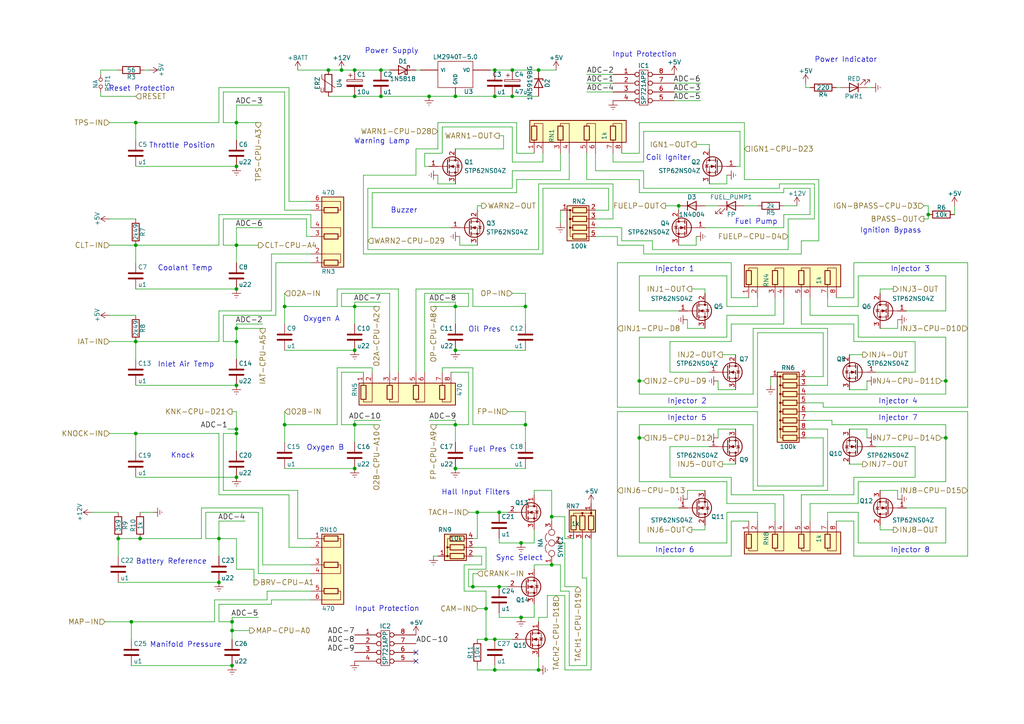
<source format=kicad_sch>
(kicad_sch (version 20231120) (generator "eeschema") (generator_version "8.0")
  (paper "A4")
  (junction (at 143.51 20.32))
  (junction (at 67.31 193.04))
  (junction (at 110.49 27.94))
  (junction (at 102.87 20.32))
  (junction (at 156.21 194.31))
  (junction (at 143.51 185.42))
  (junction (at 82.55 88.9))
  (junction (at 39.37 71.12))
  (junction (at 82.55 123.19))
  (junction (at 148.59 20.32))
  (junction (at 68.58 95.25))
  (junction (at 185.42 127))
  (junction (at 156.21 20.32))
  (junction (at 38.1 180.34))
  (junction (at 160.02 163.83))
  (junction (at 274.32 110.49))
  (junction (at 63.5 168.91))
  (junction (at 95.25 20.32))
  (junction (at 63.5 156.21))
  (junction (at 110.49 20.32))
  (junction (at 68.58 138.43))
  (junction (at 152.4 88.9))
  (junction (at 151.13 179.07))
  (junction (at 102.87 123.19))
  (junction (at 39.37 125.73))
  (junction (at 68.58 35.56))
  (junction (at 185.42 110.49))
  (junction (at 68.58 111.76))
  (junction (at 39.37 99.06))
  (junction (at 102.87 135.89))
  (junction (at 138.43 148.59))
  (junction (at 144.78 148.59))
  (junction (at 68.58 71.12))
  (junction (at 137.16 170.18))
  (junction (at 132.08 123.19))
  (junction (at 99.06 20.32))
  (junction (at 132.08 27.94))
  (junction (at 274.32 127))
  (junction (at 67.31 182.88))
  (junction (at 40.64 156.21))
  (junction (at 196.85 59.69))
  (junction (at 143.51 27.94))
  (junction (at 132.08 88.9))
  (junction (at 68.58 83.82))
  (junction (at 68.58 125.73))
  (junction (at 34.29 156.21))
  (junction (at 140.97 185.42))
  (junction (at 102.87 88.9))
  (junction (at 68.58 99.06))
  (junction (at 67.31 180.34))
  (junction (at 151.13 157.48))
  (junction (at 144.78 170.18))
  (junction (at 68.58 48.26))
  (junction (at 132.08 135.89))
  (junction (at 152.4 123.19))
  (junction (at 68.58 124.46))
  (junction (at 148.59 27.94))
  (junction (at 124.46 27.94))
  (junction (at 140.97 176.53))
  (junction (at 143.51 194.31))
  (junction (at 102.87 27.94))
  (junction (at 102.87 101.6))
  (junction (at 39.37 35.56))
  (junction (at 269.24 62.23))
  (junction (at 160.02 149.86))
  (junction (at 132.08 101.6))
  (no_connect (at 120.65 189.23))
  (no_connect (at 120.65 191.77))
  (wire (pts (xy 63.5 25.4) (xy 63.5 35.56)))
  (wire (pts (xy 64.77 99.06) (xy 68.58 99.06)))
  (wire (pts (xy 233.68 109.22) (xy 238.76 109.22)))
  (wire (pts (xy 180.34 69.85) (xy 189.23 69.85)))
  (wire (pts (xy 226.06 54.61) (xy 186.69 54.61)))
  (wire (pts (xy 157.48 46.99) (xy 157.48 44.45)))
  (wire (pts (xy 170.18 26.67) (xy 177.8 26.67)))
  (wire (pts (xy 63.5 180.34) (xy 67.31 180.34)))
  (wire (pts (xy 248.92 97.79) (xy 248.92 91.44)))
  (wire (pts (xy 232.41 93.98) (xy 247.65 93.98)))
  (wire (pts (xy 67.31 119.38) (xy 68.58 119.38)))
  (wire (pts (xy 68.58 125.73) (xy 68.58 130.81)))
  (wire (pts (xy 138.43 166.37) (xy 137.16 166.37)))
  (wire (pts (xy 76.2 147.32) (xy 76.2 163.83)))
  (wire (pts (xy 199.39 95.25) (xy 199.39 92.71)))
  (wire (pts (xy 238.76 127) (xy 238.76 140.97)))
  (wire (pts (xy 219.71 118.11) (xy 219.71 96.52)))
  (wire (pts (xy 210.82 157.48) (xy 210.82 148.59)))
  (wire (pts (xy 274.32 127) (xy 274.32 123.19)))
  (wire (pts (xy 274.32 80.01) (xy 248.92 80.01)))
  (wire (pts (xy 97.79 106.68) (xy 107.95 106.68)))
  (wire (pts (xy 99.06 20.32) (xy 102.87 20.32)))
  (wire (pts (xy 248.92 91.44) (xy 234.95 91.44)))
  (wire (pts (xy 140.97 171.45) (xy 134.62 171.45)))
  (wire (pts (xy 63.5 156.21) (xy 68.58 156.21)))
  (wire (pts (xy 120.65 20.32) (xy 121.92 20.32)))
  (wire (pts (xy 255.27 95.25) (xy 260.35 95.25)))
  (wire (pts (xy 106.68 54.61) (xy 148.59 54.61)))
  (wire (pts (xy 242.57 25.4) (xy 243.84 25.4)))
  (wire (pts (xy 138.43 59.69) (xy 138.43 60.96)))
  (wire (pts (xy 63.5 151.13) (xy 63.5 156.21)))
  (wire (pts (xy 236.22 63.5) (xy 228.6 63.5)))
  (wire (pts (xy 134.62 163.83) (xy 139.7 163.83)))
  (wire (pts (xy 88.9 63.5) (xy 88.9 68.58)))
  (wire (pts (xy 205.74 41.91) (xy 205.74 43.18)))
  (wire (pts (xy 162.56 163.83) (xy 160.02 163.83)))
  (wire (pts (xy 163.83 157.48) (xy 162.56 157.48)))
  (wire (pts (xy 274.32 110.49) (xy 274.32 114.3)))
  (wire (pts (xy 148.59 20.32) (xy 156.21 20.32)))
  (wire (pts (xy 210.82 88.9) (xy 219.71 88.9)))
  (wire (pts (xy 200.66 83.82) (xy 204.47 83.82)))
  (wire (pts (xy 238.76 118.11) (xy 238.76 116.84)))
  (wire (pts (xy 246.38 113.03) (xy 251.46 113.03)))
  (wire (pts (xy 227.33 55.88) (xy 185.42 55.88)))
  (wire (pts (xy 185.42 110.49) (xy 185.42 114.3)))
  (wire (pts (xy 64.77 35.56) (xy 68.58 35.56)))
  (wire (pts (xy 148.59 27.94) (xy 156.21 27.94)))
  (wire (pts (xy 194.31 99.06) (xy 194.31 107.95)))
  (wire (pts (xy 219.71 96.52) (xy 238.76 96.52)))
  (wire (pts (xy 143.51 193.04) (xy 143.51 194.31)))
  (wire (pts (xy 265.43 99.06) (xy 247.65 99.06)))
  (wire (pts (xy 247.65 86.36) (xy 242.57 86.36)))
  (wire (pts (xy 102.87 27.94) (xy 110.49 27.94)))
  (wire (pts (xy 210.82 146.05) (xy 224.79 146.05)))
  (wire (pts (xy 212.09 76.2) (xy 179.07 76.2)))
  (wire (pts (xy 194.31 99.06) (xy 212.09 99.06)))
  (wire (pts (xy 110.49 20.32) (xy 113.03 20.32)))
  (wire (pts (xy 138.43 156.21) (xy 137.16 156.21)))
  (wire (pts (xy 185.42 97.79) (xy 210.82 97.79)))
  (wire (pts (xy 63.5 99.06) (xy 63.5 90.17)))
  (wire (pts (xy 128.27 106.68) (xy 128.27 107.95)))
  (wire (pts (xy 90.17 62.23) (xy 90.17 66.04)))
  (wire (pts (xy 148.59 46.99) (xy 157.48 46.99)))
  (wire (pts (xy 132.08 87.63) (xy 132.08 88.9)))
  (wire (pts (xy 196.85 71.12) (xy 201.93 71.12)))
  (wire (pts (xy 255.27 142.24) (xy 260.35 142.24)))
  (wire (pts (xy 34.29 156.21) (xy 34.29 161.29)))
  (wire (pts (xy 64.77 71.12) (xy 64.77 63.5)))
  (wire (pts (xy 29.21 20.32) (xy 29.21 21.59)))
  (wire (pts (xy 236.22 53.34) (xy 226.06 53.34)))
  (wire (pts (xy 68.58 156.21) (xy 68.58 165.1)))
  (wire (pts (xy 212.09 151.13) (xy 212.09 161.29)))
  (wire (pts (xy 95.25 20.32) (xy 99.06 20.32)))
  (wire (pts (xy 166.37 156.21) (xy 163.83 156.21)))
  (wire (pts (xy 185.42 147.32) (xy 196.85 147.32)))
  (wire (pts (xy 179.07 68.58) (xy 172.72 68.58)))
  (wire (pts (xy 102.87 123.19) (xy 102.87 128.27)))
  (wire (pts (xy 124.46 27.94) (xy 132.08 27.94)))
  (wire (pts (xy 227.33 93.98) (xy 227.33 86.36)))
  (wire (pts (xy 177.8 63.5) (xy 172.72 63.5)))
  (wire (pts (xy 233.68 114.3) (xy 274.32 114.3)))
  (wire (pts (xy 212.09 161.29) (xy 179.07 161.29)))
  (wire (pts (xy 38.1 193.04) (xy 67.31 193.04)))
  (wire (pts (xy 115.57 83.82) (xy 115.57 107.95)))
  (wire (pts (xy 259.08 83.82) (xy 255.27 83.82)))
  (wire (pts (xy 63.5 62.23) (xy 90.17 62.23)))
  (wire (pts (xy 68.58 35.56) (xy 74.93 35.56)))
  (wire (pts (xy 185.42 139.7) (xy 210.82 139.7)))
  (wire (pts (xy 132.08 88.9) (xy 125.73 88.9)))
  (wire (pts (xy 82.55 85.09) (xy 82.55 88.9)))
  (wire (pts (xy 238.76 116.84) (xy 233.68 116.84)))
  (wire (pts (xy 78.74 173.99) (xy 78.74 175.26)))
  (wire (pts (xy 132.08 123.19) (xy 125.73 123.19)))
  (wire (pts (xy 39.37 99.06) (xy 39.37 104.14)))
  (wire (pts (xy 99.06 123.19) (xy 102.87 123.19)))
  (wire (pts (xy 189.23 69.85) (xy 189.23 72.39)))
  (wire (pts (xy 149.86 35.56) (xy 127 35.56)))
  (wire (pts (xy 165.1 52.07) (xy 165.1 44.45)))
  (wire (pts (xy 185.42 80.01) (xy 185.42 90.17)))
  (wire (pts (xy 34.29 20.32) (xy 29.21 20.32)))
  (wire (pts (xy 274.32 147.32) (xy 262.89 147.32)))
  (wire (pts (xy 179.07 76.2) (xy 179.07 118.11)))
  (wire (pts (xy 64.77 142.24) (xy 86.36 142.24)))
  (wire (pts (xy 240.03 124.46) (xy 240.03 142.24)))
  (wire (pts (xy 247.65 151.13) (xy 247.65 161.29)))
  (wire (pts (xy 212.09 143.51) (xy 227.33 143.51)))
  (wire (pts (xy 232.41 143.51) (xy 247.65 143.51)))
  (wire (pts (xy 143.51 20.32) (xy 148.59 20.32)))
  (wire (pts (xy 147.32 119.38) (xy 152.4 119.38)))
  (wire (pts (xy 223.52 111.76) (xy 223.52 109.22)))
  (wire (pts (xy 152.4 85.09) (xy 152.4 88.9)))
  (wire (pts (xy 132.08 43.18) (xy 146.05 43.18)))
  (wire (pts (xy 138.43 148.59) (xy 138.43 156.21)))
  (wire (pts (xy 106.68 54.61) (xy 106.68 72.39)))
  (wire (pts (xy 140.97 171.45) (xy 140.97 176.53)))
  (wire (pts (xy 208.28 113.03) (xy 208.28 110.49)))
  (wire (pts (xy 180.34 66.04) (xy 180.34 69.85)))
  (wire (pts (xy 269.24 59.69) (xy 269.24 62.23)))
  (wire (pts (xy 214.63 48.26) (xy 213.36 48.26)))
  (wire (pts (xy 154.94 163.83) (xy 154.94 165.1)))
  (wire (pts (xy 214.63 38.1) (xy 186.69 38.1)))
  (wire (pts (xy 64.77 71.12) (xy 68.58 71.12)))
  (wire (pts (xy 218.44 142.24) (xy 240.03 142.24)))
  (wire (pts (xy 135.89 107.95) (xy 135.89 123.19)))
  (wire (pts (xy 59.69 156.21) (xy 59.69 148.59)))
  (wire (pts (xy 90.17 173.99) (xy 78.74 173.99)))
  (wire (pts (xy 186.69 110.49) (xy 185.42 110.49)))
  (wire (pts (xy 156.21 190.5) (xy 156.21 194.31)))
  (wire (pts (xy 149.86 55.88) (xy 149.86 52.07)))
  (wire (pts (xy 224.79 91.44) (xy 224.79 86.36)))
  (wire (pts (xy 194.31 129.54) (xy 205.74 129.54)))
  (wire (pts (xy 140.97 176.53) (xy 140.97 185.42)))
  (wire (pts (xy 123.19 44.45) (xy 128.27 44.45)))
  (wire (pts (xy 269.24 62.23) (xy 269.24 63.5)))
  (wire (pts (xy 246.38 124.46) (xy 251.46 124.46)))
  (wire (pts (xy 68.58 71.12) (xy 68.58 76.2)))
  (wire (pts (xy 160.02 149.86) (xy 163.83 149.86)))
  (wire (pts (xy 172.72 49.53) (xy 172.72 44.45)))
  (wire (pts (xy 234.95 62.23) (xy 234.95 54.61)))
  (wire (pts (xy 204.47 59.69) (xy 208.28 59.69)))
  (wire (pts (xy 186.69 46.99) (xy 177.8 46.99)))
  (wire (pts (xy 59.69 156.21) (xy 63.5 156.21)))
  (wire (pts (xy 63.5 71.12) (xy 63.5 62.23)))
  (wire (pts (xy 63.5 125.73) (xy 63.5 143.51)))
  (wire (pts (xy 185.42 52.07) (xy 170.18 52.07)))
  (wire (pts (xy 212.09 138.43) (xy 212.09 143.51)))
  (wire (pts (xy 39.37 111.76) (xy 68.58 111.76)))
  (wire (pts (xy 185.42 55.88) (xy 185.42 52.07)))
  (wire (pts (xy 143.51 185.42) (xy 148.59 185.42)))
  (wire (pts (xy 71.12 151.13) (xy 63.5 151.13)))
  (wire (pts (xy 194.31 138.43) (xy 194.31 129.54)))
  (wire (pts (xy 39.37 35.56) (xy 39.37 40.64)))
  (wire (pts (xy 200.66 153.67) (xy 204.47 153.67)))
  (wire (pts (xy 170.18 24.13) (xy 177.8 24.13)))
  (wire (pts (xy 97.79 106.68) (xy 97.79 123.19)))
  (wire (pts (xy 227.33 143.51) (xy 227.33 151.13)))
  (wire (pts (xy 102.87 87.63) (xy 102.87 88.9)))
  (wire (pts (xy 163.83 172.72) (xy 163.83 194.31)))
  (wire (pts (xy 199.39 142.24) (xy 199.39 144.78)))
  (wire (pts (xy 124.46 87.63) (xy 132.08 87.63)))
  (wire (pts (xy 82.55 123.19) (xy 82.55 128.27)))
  (wire (pts (xy 107.95 106.68) (xy 107.95 107.95)))
  (wire (pts (xy 273.05 110.49) (xy 274.32 110.49)))
  (wire (pts (xy 209.55 102.87) (xy 213.36 102.87)))
  (wire (pts (xy 68.58 66.04) (xy 68.58 71.12)))
  (wire (pts (xy 41.91 20.32) (xy 43.18 20.32)))
  (wire (pts (xy 82.55 60.96) (xy 90.17 60.96)))
  (wire (pts (xy 64.77 63.5) (xy 88.9 63.5)))
  (wire (pts (xy 82.55 119.38) (xy 82.55 123.19)))
  (wire (pts (xy 274.32 157.48) (xy 248.92 157.48)))
  (wire (pts (xy 128.27 36.83) (xy 148.59 36.83)))
  (wire (pts (xy 227.33 66.04) (xy 227.33 62.23)))
  (wire (pts (xy 248.92 88.9) (xy 240.03 88.9)))
  (wire (pts (xy 80.01 76.2) (xy 90.17 76.2)))
  (wire (pts (xy 137.16 83.82) (xy 137.16 88.9)))
  (wire (pts (xy 240.03 95.25) (xy 240.03 111.76)))
  (wire (pts (xy 78.74 73.66) (xy 90.17 73.66)))
  (wire (pts (xy 185.42 44.45) (xy 185.42 35.56)))
  (wire (pts (xy 232.41 73.66) (xy 232.41 69.85)))
  (wire (pts (xy 195.58 29.21) (xy 203.2 29.21)))
  (wire (pts (xy 158.75 172.72) (xy 163.83 172.72)))
  (wire (pts (xy 31.75 125.73) (xy 39.37 125.73)))
  (wire (pts (xy 148.59 49.53) (xy 162.56 49.53)))
  (wire (pts (xy 152.4 123.19) (xy 152.4 128.27)))
  (wire (pts (xy 29.21 27.94) (xy 39.37 27.94)))
  (wire (pts (xy 154.94 163.83) (xy 160.02 163.83)))
  (wire (pts (xy 237.49 69.85) (xy 237.49 52.07)))
  (wire (pts (xy 123.19 48.26) (xy 124.46 48.26)))
  (wire (pts (xy 39.37 99.06) (xy 63.5 99.06)))
  (wire (pts (xy 154.94 179.07) (xy 151.13 179.07)))
  (wire (pts (xy 142.24 20.32) (xy 143.51 20.32)))
  (wire (pts (xy 228.6 63.5) (xy 228.6 72.39)))
  (wire (pts (xy 140.97 185.42) (xy 143.51 185.42)))
  (wire (pts (xy 238.76 127) (xy 233.68 127)))
  (wire (pts (xy 80.01 91.44) (xy 80.01 76.2)))
  (wire (pts (xy 67.31 179.07) (xy 67.31 180.34)))
  (wire (pts (xy 38.1 180.34) (xy 38.1 185.42)))
  (wire (pts (xy 165.1 171.45) (xy 165.1 193.04)))
  (wire (pts (xy 144.78 170.18) (xy 147.32 170.18)))
  (wire (pts (xy 86.36 156.21) (xy 90.17 156.21)))
  (wire (pts (xy 63.5 156.21) (xy 63.5 161.29)))
  (wire (pts (xy 232.41 86.36) (xy 232.41 93.98)))
  (wire (pts (xy 74.93 166.37) (xy 90.17 166.37)))
  (wire (pts (xy 248.92 80.01) (xy 248.92 88.9)))
  (wire (pts (xy 99.06 85.09) (xy 99.06 88.9)))
  (wire (pts (xy 214.63 38.1) (xy 214.63 48.26)))
  (wire (pts (xy 186.69 38.1) (xy 186.69 46.99)))
  (wire (pts (xy 240.03 88.9) (xy 240.03 86.36)))
  (wire (pts (xy 99.06 107.95) (xy 105.41 107.95)))
  (wire (pts (xy 209.55 134.62) (xy 213.36 134.62)))
  (wire (pts (xy 148.59 36.83) (xy 148.59 46.99)))
  (wire (pts (xy 212.09 86.36) (xy 212.09 76.2)))
  (wire (pts (xy 30.48 180.34) (xy 38.1 180.34)))
  (wire (pts (xy 195.58 24.13) (xy 203.2 24.13)))
  (wire (pts (xy 105.41 50.8) (xy 105.41 73.66)))
  (wire (pts (xy 135.89 85.09) (xy 135.89 88.9)))
  (wire (pts (xy 212.09 151.13) (xy 217.17 151.13)))
  (wire (pts (xy 31.75 99.06) (xy 39.37 99.06)))
  (wire (pts (xy 143.51 194.31) (xy 156.21 194.31)))
  (wire (pts (xy 68.58 71.12) (xy 74.93 71.12)))
  (wire (pts (xy 76.2 163.83) (xy 90.17 163.83)))
  (wire (pts (xy 152.4 88.9) (xy 152.4 93.98)))
  (wire (pts (xy 138.43 185.42) (xy 140.97 185.42)))
  (wire (pts (xy 227.33 66.04) (xy 204.47 66.04)))
  (wire (pts (xy 139.7 161.29) (xy 137.16 161.29)))
  (wire (pts (xy 186.69 127) (xy 185.42 127)))
  (wire (pts (xy 248.92 148.59) (xy 240.03 148.59)))
  (wire (pts (xy 247.65 99.06) (xy 247.65 93.98)))
  (wire (pts (xy 127 35.56) (xy 127 43.18)))
  (wire (pts (xy 172.72 66.04) (xy 180.34 66.04)))
  (wire (pts (xy 204.47 95.25) (xy 199.39 95.25)))
  (wire (pts (xy 162.56 171.45) (xy 165.1 171.45)))
  (wire (pts (xy 152.4 123.19) (xy 137.16 123.19)))
  (wire (pts (xy 74.93 148.59) (xy 74.93 166.37)))
  (wire (pts (xy 185.42 35.56) (xy 215.9 35.56)))
  (wire (pts (xy 31.75 35.56) (xy 39.37 35.56)))
  (wire (pts (xy 102.87 20.32) (xy 110.49 20.32)))
  (wire (pts (xy 144.78 148.59) (xy 147.32 148.59)))
  (wire (pts (xy 210.82 97.79) (xy 210.82 91.44)))
  (wire (pts (xy 68.58 93.98) (xy 68.58 95.25)))
  (wire (pts (xy 58.42 156.21) (xy 58.42 147.32)))
  (wire (pts (xy 132.08 88.9) (xy 132.08 93.98)))
  (wire (pts (xy 237.49 52.07) (xy 215.9 52.07)))
  (wire (pts (xy 265.43 138.43) (xy 265.43 129.54)))
  (wire (pts (xy 177.8 46.99) (xy 177.8 44.45)))
  (wire (pts (xy 83.82 58.42) (xy 90.17 58.42)))
  (wire (pts (xy 149.86 44.45) (xy 149.86 35.56)))
  (wire (pts (xy 34.29 156.21) (xy 40.64 156.21)))
  (wire (pts (xy 233.68 25.4) (xy 234.95 25.4)))
  (wire (pts (xy 251.46 113.03) (xy 251.46 110.49)))
  (wire (pts (xy 64.77 26.67) (xy 64.77 35.56)))
  (wire (pts (xy 154.94 175.26) (xy 154.94 179.07)))
  (wire (pts (xy 77.47 173.99) (xy 62.23 173.99)))
  (wire (pts (xy 39.37 71.12) (xy 63.5 71.12)))
  (wire (pts (xy 269.24 59.69) (xy 267.97 59.69)))
  (wire (pts (xy 250.19 102.87) (xy 246.38 102.87)))
  (wire (pts (xy 274.32 139.7) (xy 274.32 127)))
  (wire (pts (xy 68.58 66.04) (xy 76.2 66.04)))
  (wire (pts (xy 99.06 88.9) (xy 102.87 88.9)))
  (wire (pts (xy 149.86 44.45) (xy 154.94 44.45)))
  (wire (pts (xy 99.06 85.09) (xy 113.03 85.09)))
  (wire (pts (xy 68.58 35.56) (xy 68.58 40.64)))
  (wire (pts (xy 156.21 20.32) (xy 161.29 20.32)))
  (wire (pts (xy 146.05 39.37) (xy 144.78 39.37)))
  (wire (pts (xy 236.22 53.34) (xy 236.22 63.5)))
  (wire (pts (xy 152.4 119.38) (xy 152.4 123.19)))
  (wire (pts (xy 83.82 158.75) (xy 90.17 158.75)))
  (wire (pts (xy 247.65 151.13) (xy 242.57 151.13)))
  (wire (pts (xy 68.58 30.48) (xy 68.58 35.56)))
  (wire (pts (xy 162.56 49.53) (xy 162.56 44.45)))
  (wire (pts (xy 215.9 35.56) (xy 215.9 52.07)))
  (wire (pts (xy 273.05 127) (xy 274.32 127)))
  (wire (pts (xy 88.9 68.58) (xy 90.17 68.58)))
  (wire (pts (xy 132.08 121.92) (xy 132.08 123.19)))
  (wire (pts (xy 154.94 157.48) (xy 151.13 157.48)))
  (wire (pts (xy 86.36 142.24) (xy 86.36 156.21)))
  (wire (pts (xy 68.58 124.46) (xy 68.58 125.73)))
  (wire (pts (xy 201.93 41.91) (xy 205.74 41.91)))
  (wire (pts (xy 127 53.34) (xy 127 50.8)))
  (wire (pts (xy 76.2 30.48) (xy 68.58 30.48)))
  (wire (pts (xy 240.03 148.59) (xy 240.03 151.13)))
  (wire (pts (xy 204.47 83.82) (xy 204.47 85.09)))
  (wire (pts (xy 64.77 125.73) (xy 68.58 125.73)))
  (wire (pts (xy 123.19 85.09) (xy 135.89 85.09)))
  (wire (pts (xy 219.71 148.59) (xy 219.71 151.13)))
  (wire (pts (xy 255.27 153.67) (xy 255.27 152.4)))
  (wire (pts (xy 218.44 123.19) (xy 218.44 142.24)))
  (wire (pts (xy 146.05 43.18) (xy 146.05 39.37)))
  (wire (pts (xy 68.58 95.25) (xy 68.58 99.06)))
  (wire (pts (xy 274.32 90.17) (xy 262.89 90.17)))
  (wire (pts (xy 102.87 123.19) (xy 109.22 123.19)))
  (wire (pts (xy 39.37 138.43) (xy 68.58 138.43)))
  (wire (pts (xy 144.78 177.8) (xy 144.78 179.07)))
  (wire (pts (xy 210.82 53.34) (xy 210.82 50.8)))
  (wire (pts (xy 152.4 135.89) (xy 132.08 135.89)))
  (wire (pts (xy 185.42 139.7) (xy 185.42 127)))
  (wire (pts (xy 134.62 171.45) (xy 134.62 163.83)))
  (wire (pts (xy 40.64 156.21) (xy 58.42 156.21)))
  (wire (pts (xy 274.32 97.79) (xy 274.32 110.49)))
  (wire (pts (xy 233.68 24.13) (xy 233.68 25.4)))
  (wire (pts (xy 135.89 107.95) (xy 130.81 107.95)))
  (wire (pts (xy 233.68 111.76) (xy 240.03 111.76)))
  (wire (pts (xy 185.42 44.45) (xy 180.34 44.45)))
  (wire (pts (xy 247.65 138.43) (xy 247.65 143.51)))
  (wire (pts (xy 140.97 165.1) (xy 140.97 158.75)))
  (wire (pts (xy 156.21 53.34) (xy 177.8 53.34)))
  (wire (pts (xy 144.78 179.07) (xy 151.13 179.07)))
  (wire (pts (xy 107.95 55.88) (xy 149.86 55.88)))
  (wire (pts (xy 137.16 170.18) (xy 144.78 170.18)))
  (wire (pts (xy 162.56 64.77) (xy 162.56 60.96)))
  (wire (pts (xy 123.19 85.09) (xy 123.19 107.95)))
  (wire (pts (xy 219.71 119.38) (xy 219.71 140.97)))
  (wire (pts (xy 154.94 142.24) (xy 154.94 143.51)))
  (wire (pts (xy 63.5 143.51) (xy 83.82 143.51)))
  (wire (pts (xy 250.19 134.62) (xy 246.38 134.62)))
  (wire (pts (xy 280.67 161.29) (xy 280.67 119.38)))
  (wire (pts (xy 137.16 106.68) (xy 128.27 106.68)))
  (wire (pts (xy 110.49 121.92) (xy 102.87 121.92)))
  (wire (pts (xy 83.82 25.4) (xy 63.5 25.4)))
  (wire (pts (xy 185.42 123.19) (xy 218.44 123.19)))
  (wire (pts (xy 224.79 146.05) (xy 224.79 151.13)))
  (wire (pts (xy 139.7 59.69) (xy 138.43 59.69)))
  (wire (pts (xy 189.23 72.39) (xy 228.6 72.39)))
  (wire (pts (xy 31.75 91.44) (xy 39.37 91.44)))
  (wire (pts (xy 64.77 125.73) (xy 64.77 142.24)))
  (wire (pts (xy 194.31 138.43) (xy 212.09 138.43)))
  (wire (pts (xy 135.89 165.1) (xy 140.97 165.1)))
  (wire (pts (xy 138.43 194.31) (xy 143.51 194.31)))
  (wire (pts (xy 215.9 59.69) (xy 219.71 59.69)))
  (wire (pts (xy 176.53 60.96) (xy 172.72 60.96)))
  (wire (pts (xy 105.41 73.66) (xy 157.48 73.66)))
  (wire (pts (xy 39.37 48.26) (xy 68.58 48.26)))
  (wire (pts (xy 238.76 96.52) (xy 238.76 109.22)))
  (wire (pts (xy 259.08 153.67) (xy 255.27 153.67)))
  (wire (pts (xy 265.43 107.95) (xy 254 107.95)))
  (wire (pts (xy 63.5 175.26) (xy 63.5 180.34)))
  (wire (pts (xy 156.21 179.07) (xy 158.75 179.07)))
  (wire (pts (xy 171.45 156.21) (xy 171.45 194.31)))
  (wire (pts (xy 39.37 63.5) (xy 31.75 63.5)))
  (wire (pts (xy 186.69 54.61) (xy 186.69 49.53)))
  (wire (pts (xy 205.74 53.34) (xy 210.82 53.34)))
  (wire (pts (xy 185.42 97.79) (xy 185.42 110.49)))
  (wire (pts (xy 269.24 63.5) (xy 267.97 63.5)))
  (wire (pts (xy 123.19 48.26) (xy 123.19 44.45)))
  (wire (pts (xy 238.76 118.11) (xy 280.67 118.11)))
  (wire (pts (xy 208.28 124.46) (xy 208.28 127)))
  (wire (pts (xy 107.95 66.04) (xy 130.81 66.04)))
  (wire (pts (xy 154.94 142.24) (xy 160.02 142.24)))
  (wire (pts (xy 64.77 99.06) (xy 64.77 91.44)))
  (wire (pts (xy 204.47 142.24) (xy 199.39 142.24)))
  (wire (pts (xy 64.77 91.44) (xy 80.01 91.44)))
  (wire (pts (xy 274.32 139.7) (xy 248.92 139.7)))
  (wire (pts (xy 213.36 124.46) (xy 208.28 124.46)))
  (wire (pts (xy 194.31 107.95) (xy 205.74 107.95)))
  (wire (pts (xy 135.89 123.19) (xy 132.08 123.19)))
  (wire (pts (xy 195.58 26.67) (xy 203.2 26.67)))
  (wire (pts (xy 67.31 180.34) (xy 67.31 182.88)))
  (wire (pts (xy 138.43 71.12) (xy 133.35 71.12)))
  (wire (pts (xy 132.08 123.19) (xy 132.08 128.27)))
  (wire (pts (xy 102.87 121.92) (xy 102.87 123.19)))
  (wire (pts (xy 156.21 179.07) (xy 156.21 180.34)))
  (wire (pts (xy 157.48 73.66) (xy 157.48 54.61)))
  (wire (pts (xy 218.44 95.25) (xy 240.03 95.25)))
  (wire (pts (xy 132.08 53.34) (xy 127 53.34)))
  (wire (pts (xy 83.82 143.51) (xy 83.82 158.75)))
  (wire (pts (xy 232.41 73.66) (xy 186.69 73.66)))
  (wire (pts (xy 39.37 125.73) (xy 63.5 125.73)))
  (wire (pts (xy 113.03 85.09) (xy 113.03 107.95)))
  (wire (pts (xy 179.07 161.29) (xy 179.07 119.38)))
  (wire (pts (xy 82.55 88.9) (xy 82.55 93.98)))
  (wire (pts (xy 39.37 71.12) (xy 39.37 76.2)))
  (wire (pts (xy 163.83 170.18) (xy 167.64 170.18)))
  (wire (pts (xy 163.83 156.21) (xy 163.83 149.86)))
  (wire (pts (xy 176.53 54.61) (xy 176.53 60.96)))
  (wire (pts (xy 135.89 88.9) (xy 132.08 88.9)))
  (wire (pts (xy 265.43 138.43) (xy 247.65 138.43)))
  (wire (pts (xy 160.02 149.86) (xy 160.02 151.13)))
  (wire (pts (xy 77.47 171.45) (xy 77.47 173.99)))
  (wire (pts (xy 260.35 95.25) (xy 260.35 92.71)))
  (wire (pts (xy 168.91 156.21) (xy 168.91 167.64)))
  (wire (pts (xy 39.37 35.56) (xy 63.5 35.56)))
  (wire (pts (xy 248.92 157.48) (xy 248.92 148.59)))
  (wire (pts (xy 185.42 157.48) (xy 210.82 157.48)))
  (wire (pts (xy 241.3 123.19) (xy 274.32 123.19)))
  (wire (pts (xy 160.02 142.24) (xy 160.02 149.86)))
  (wire (pts (xy 276.86 59.69) (xy 276.86 62.23)))
  (wire (pts (xy 248.92 139.7) (xy 248.92 146.05)))
  (wire (pts (xy 82.55 123.19) (xy 97.79 123.19)))
  (wire (pts (xy 201.93 71.12) (xy 201.93 68.58)))
  (wire (pts (xy 265.43 129.54) (xy 254 129.54)))
  (wire (pts (xy 144.78 156.21) (xy 144.78 157.48)))
  (wire (pts (xy 152.4 88.9) (xy 137.16 88.9)))
  (wire (pts (xy 105.41 50.8) (xy 120.65 50.8)))
  (wire (pts (xy 234.95 146.05) (xy 234.95 151.13)))
  (wire (pts (xy 40.64 148.59) (xy 44.45 148.59)))
  (wire (pts (xy 82.55 101.6) (xy 102.87 101.6)))
  (wire (pts (xy 95.25 27.94) (xy 102.87 27.94)))
  (wire (pts (xy 82.55 60.96) (xy 82.55 26.67)))
  (wire (pts (xy 219.71 140.97) (xy 238.76 140.97)))
  (wire (pts (xy 132.08 27.94) (xy 143.51 27.94)))
  (wire (pts (xy 138.43 176.53) (xy 140.97 176.53)))
  (wire (pts (xy 125.73 161.29) (xy 127 161.29)))
  (wire (pts (xy 162.56 171.45) (xy 162.56 163.83)))
  (wire (pts (xy 144.78 157.48) (xy 151.13 157.48)))
  (wire (pts (xy 135.89 148.59) (xy 138.43 148.59)))
  (wire (pts (xy 77.47 171.45) (xy 90.17 171.45)))
  (wire (pts (xy 68.58 93.98) (xy 76.2 93.98)))
  (wire (pts (xy 179.07 119.38) (xy 219.71 119.38)))
  (wire (pts (xy 106.68 72.39) (xy 156.21 72.39)))
  (wire (pts (xy 213.36 113.03) (xy 208.28 113.03)))
  (wire (pts (xy 185.42 90.17) (xy 196.85 90.17)))
  (wire (pts (xy 74.93 179.07) (xy 67.31 179.07)))
  (wire (pts (xy 212.09 93.98) (xy 227.33 93.98)))
  (wire (pts (xy 135.89 170.18) (xy 137.16 170.18)))
  (wire (pts (xy 248.92 146.05) (xy 234.95 146.05)))
  (wire (pts (xy 210.82 91.44) (xy 224.79 91.44)))
  (wire (pts (xy 82.55 26.67) (xy 64.77 26.67)))
  (wire (pts (xy 185.42 80.01) (xy 210.82 80.01)))
  (wire (pts (xy 120.65 83.82) (xy 137.16 83.82)))
  (wire (pts (xy 124.46 121.92) (xy 132.08 121.92)))
  (wire (pts (xy 97.79 83.82) (xy 115.57 83.82)))
  (wire (pts (xy 186.69 49.53) (xy 172.72 49.53)))
  (wire (pts (xy 255.27 83.82) (xy 255.27 85.09)))
  (wire (pts (xy 234.95 54.61) (xy 227.33 54.61)))
  (wire (pts (xy 218.44 114.3) (xy 218.44 95.25)))
  (wire (pts (xy 34.29 168.91) (xy 63.5 168.91)))
  (wire (pts (xy 58.42 147.32) (xy 76.2 147.32)))
  (wire (pts (xy 241.3 121.92) (xy 233.68 121.92)))
  (wire (pts (xy 140.97 158.75) (xy 137.16 158.75)))
  (wire (pts (xy 240.03 124.46) (xy 233.68 124.46)))
  (wire (pts (xy 219.71 88.9) (xy 219.71 86.36)))
  (wire (pts (xy 226.06 53.34) (xy 226.06 54.61)))
  (wire (pts (xy 227.33 59.69) (xy 231.14 59.69)))
  (wire (pts (xy 110.49 27.94) (xy 124.46 27.94)))
  (wire (pts (xy 210.82 148.59) (xy 219.71 148.59)))
  (wire (pts (xy 86.36 20.32) (xy 95.25 20.32)))
  (wire (pts (xy 67.31 182.88) (xy 67.31 185.42)))
  (wire (pts (xy 82.55 135.89) (xy 102.87 135.89)))
  (wire (pts (xy 99.06 107.95) (xy 99.06 123.19)))
  (wire (pts (xy 139.7 163.83) (xy 139.7 161.29)))
  (wire (pts (xy 280.67 76.2) (xy 280.67 118.11)))
  (wire (pts (xy 78.74 175.26) (xy 63.5 175.26)))
  (wire (pts (xy 204.47 153.67) (xy 204.47 152.4)))
  (wire (pts (xy 210.82 80.01) (xy 210.82 88.9)))
  (wire (pts (xy 138.43 193.04) (xy 138.43 194.31)))
  (wire (pts (xy 185.42 157.48) (xy 185.42 147.32)))
  (wire (pts (xy 133.35 71.12) (xy 133.35 68.58)))
  (wire (pts (xy 179.07 71.12) (xy 179.07 68.58)))
  (wire (pts (xy 152.4 101.6) (xy 132.08 101.6)))
  (wire (pts (xy 39.37 83.82) (xy 68.58 83.82)))
  (wire (pts (xy 212.09 86.36) (xy 217.17 86.36)))
  (wire (pts (xy 62.23 173.99) (xy 62.23 180.34)))
  (wire (pts (xy 38.1 180.34) (xy 62.23 180.34)))
  (wire (pts (xy 170.18 52.07) (xy 170.18 44.45)))
  (wire (pts (xy 137.16 106.68) (xy 137.16 123.19)))
  (wire (pts (xy 170.18 167.64) (xy 170.18 193.04)))
  (wire (pts (xy 212.09 99.06) (xy 212.09 93.98)))
  (wire (pts (xy 120.65 43.18) (xy 120.65 50.8)))
  (wire (pts (xy 31.75 71.12) (xy 39.37 71.12)))
  (wire (pts (xy 156.21 72.39) (xy 156.21 53.34)))
  (wire (pts (xy 168.91 167.64) (xy 170.18 167.64)))
  (wire (pts (xy 59.69 148.59) (xy 74.93 148.59)))
  (wire (pts (xy 274.32 80.01) (xy 274.32 90.17)))
  (wire (pts (xy 107.95 55.88) (xy 107.95 66.04)))
  (wire (pts (xy 68.58 95.25) (xy 76.2 95.25)))
  (wire (pts (xy 78.74 90.17) (xy 78.74 73.66)))
  (wire (pts (xy 102.87 88.9) (xy 109.22 88.9)))
  (wire (pts (xy 135.89 170.18) (xy 135.89 165.1)))
  (wire (pts (xy 39.37 125.73) (xy 39.37 130.81)))
  (wire (pts (xy 185.42 127) (xy 185.42 123.19)))
  (wire (pts (xy 233.68 119.38) (xy 280.67 119.38)))
  (wire (pts (xy 165.1 193.04) (xy 170.18 193.04)))
  (wire (pts (xy 186.69 73.66) (xy 186.69 71.12)))
  (wire (pts (xy 265.43 99.06) (xy 265.43 107.95)))
  (wire (pts (xy 232.41 151.13) (xy 232.41 143.51)))
  (wire (pts (xy 170.18 21.59) (xy 177.8 21.59)))
  (wire (pts (xy 102.87 88.9) (xy 102.87 93.98)))
  (wire (pts (xy 227.33 62.23) (xy 234.95 62.23)))
  (wire (pts (xy 63.5 90.17) (xy 78.74 90.17)))
  (wire (pts (xy 158.75 179.07) (xy 158.75 172.72)))
  (wire (pts (xy 137.16 166.37) (xy 137.16 170.18)))
  (wire (pts (xy 68.58 119.38) (xy 68.58 124.46)))
  (wire (pts (xy 177.8 53.34) (xy 177.8 63.5)))
  (wire (pts (xy 68.58 165.1) (xy 73.66 165.1)))
  (wire (pts (xy 120.65 83.82) (xy 120.65 107.95)))
  (wire (pts (xy 83.82 58.42) (xy 83.82 25.4)))
  (wire (pts (xy 82.55 88.9) (xy 97.79 88.9)))
  (wire (pts (xy 247.65 161.29) (xy 280.67 161.29)))
  (wire (pts (xy 163.83 157.48) (xy 163.83 170.18)))
  (wire (pts (xy 232.41 69.85) (xy 237.49 69.85)))
  (wire (pts (xy 274.32 157.48) (xy 274.32 147.32)))
  (wire (pts (xy 234.95 91.44) (xy 234.95 86.36)))
  (wire (pts (xy 148.59 54.61) (xy 148.59 49.53)))
  (wire (pts (xy 73.66 165.1) (xy 73.66 168.91)))
  (wire (pts (xy 251.46 25.4) (xy 252.73 25.4)))
  (wire (pts (xy 97.79 83.82) (xy 97.79 88.9)))
  (wire (pts (xy 251.46 124.46) (xy 251.46 127)))
  (wire (pts (xy 157.48 54.61) (xy 176.53 54.61)))
  (wire (pts (xy 68.58 99.06) (xy 68.58 104.14)))
  (wire (pts (xy 66.04 124.46) (xy 68.58 124.46)))
  (wire (pts (xy 120.65 43.18) (xy 127 43.18)))
  (wire (pts (xy 193.04 59.69) (xy 196.85 59.69)))
  (wire (pts (xy 154.94 153.67) (xy 154.94 157.48)))
  (wire (pts (xy 148.59 85.09) (xy 152.4 85.09)))
  (wire (pts (xy 247.65 86.36) (xy 247.65 76.2)))
  (wire (pts (xy 260.35 142.24) (xy 260.35 144.78)))
  (wire (pts (xy 138.43 148.59) (xy 144.78 148.59)))
  (wire (pts (xy 26.67 148.59) (xy 34.29 148.59)))
  (wire (pts (xy 227.33 54.61) (xy 227.33 55.88)))
  (wire (pts (xy 143.51 27.94) (xy 148.59 27.94)))
  (wire (pts (xy 72.39 182.88) (xy 67.31 182.88)))
  (wire (pts (xy 274.32 97.79) (xy 248.92 97.79)))
  (wire (pts (xy 110.49 87.63) (xy 102.87 87.63)))
  (wire (pts (xy 179.07 118.11) (xy 219.71 118.11)))
  (wire (pts (xy 210.82 139.7) (xy 210.82 146.05)))
  (wire (pts (xy 186.69 71.12) (xy 179.07 71.12)))
  (wire (pts (xy 247.65 76.2) (xy 280.67 76.2)))
  (wire (pts (xy 29.21 26.67) (xy 29.21 27.94)))
  (wire (pts (xy 163.83 194.31) (xy 171.45 194.31)))
  (wire (pts (xy 149.86 52.07) (xy 165.1 52.07)))
  (wire (pts (xy 241.3 123.19) (xy 241.3 121.92)))
  (wire (pts (xy 196.85 59.69) (xy 196.85 60.96)))
  (wire (pts (xy 185.42 114.3) (xy 218.44 114.3)))
  (wire (pts (xy 128.27 44.45) (xy 128.27 36.83)))
  (text "Throttle Position" (at 43.18 43.18 0) (effects (font (size 1.524 1.524)) (justify left bottom)))
  (text "Knock" (at 49.53 133.096 0) (effects (font (size 1.524 1.524)) (justify left bottom)))
  (text "Injector 1" (at 189.992 78.994 0) (effects (font (size 1.524 1.524)) (justify left bottom)))
  (text "Oil Pres" (at 145.288 96.52 0) (effects (font (size 1.524 1.524)) (justify right bottom)))
  (text "Sync Select" (at 143.764 162.814 0) (effects (font (size 1.524 1.524)) (justify left bottom)))
  (text "Warning Lamp" (at 102.616 41.91 0) (effects (font (size 1.524 1.524)) (justify left bottom)))
  (text "Ignition Bypass" (at 249.428 67.818 0) (effects (font (size 1.524 1.524)) (justify left bottom)))
  (text "Reset Protection" (at 50.8 26.67 0) (effects (font (size 1.524 1.524)) (justify right bottom)))
  (text "Inlet Air Temp" (at 45.72 106.68 0) (effects (font (size 1.524 1.524)) (justify left bottom)))
  (text "Injector 8" (at 269.748 160.528 0) (effects (font (size 1.524 1.524)) (justify right bottom)))
  (text "Power Indicator" (at 236.22 18.288 0) (effects (font (size 1.524 1.524)) (justify left bottom)))
  (text "Oxygen B" (at 88.9 130.81 0) (effects (font (size 1.524 1.524)) (justify left bottom)))
  (text "Input Protection" (at 196.342 16.764 0) (effects (font (size 1.524 1.524)) (justify right bottom)))
  (text "Power Supply" (at 121.412 15.748 0) (effects (font (size 1.524 1.524)) (justify right bottom)))
  (text "Battery Reference" (at 39.37 163.83 0) (effects (font (size 1.524 1.524)) (justify left bottom)))
  (text "Manifold Pressure" (at 43.434 187.96 0) (effects (font (size 1.524 1.524)) (justify left bottom)))
  (text "Injector 4" (at 266.192 117.348 0) (effects (font (size 1.524 1.524)) (justify right bottom)))
  (text "Oxygen A" (at 87.884 93.472 0) (effects (font (size 1.524 1.524)) (justify left bottom)))
  (text "Hall Input Filters" (at 128.016 143.764 0) (effects (font (size 1.524 1.524)) (justify left bottom)))
  (text "Buzzer" (at 113.284 61.976 0) (effects (font (size 1.524 1.524)) (justify left bottom)))
  (text "Fuel Pres" (at 147.066 131.318 0) (effects (font (size 1.524 1.524)) (justify right bottom)))
  (text "Coil Igniter" (at 200.406 46.736 0) (effects (font (size 1.524 1.524)) (justify right bottom)))
  (text "Injector 5" (at 193.548 122.174 0) (effects (font (size 1.524 1.524)) (justify left bottom)))
  (text "Injector 6" (at 189.992 160.528 0) (effects (font (size 1.524 1.524)) (justify left bottom)))
  (text "Injector 3" (at 269.748 78.994 0) (effects (font (size 1.524 1.524)) (justify right bottom)))
  (text "Fuel Pump" (at 225.552 65.278 0) (effects (font (size 1.524 1.524)) (justify right bottom)))
  (text "Input Protection" (at 121.666 177.546 0) (effects (font (size 1.524 1.524)) (justify right bottom)))
  (text "Injector 2" (at 193.548 117.348 0) (effects (font (size 1.524 1.524)) (justify left bottom)))
  (text "Injector 7" (at 266.192 122.174 0) (effects (font (size 1.524 1.524)) (justify right bottom)))
  (text "Coolant Temp" (at 45.72 78.74 0) (effects (font (size 1.524 1.524)) (justify left bottom)))
  (label "ADC-7" (at 110.49 87.63 180) (effects (font (size 1.524 1.524))))
  (label "ADC-3" (at 76.2 30.48 180) (effects (font (size 1.524 1.524))))
  (label "ADC-6" (at 76.2 66.04 180) (effects (font (size 1.524 1.524))))
  (label "ADC-10" (at 120.65 186.69 0) (effects (font (size 1.524 1.524))))
  (label "ADC-2" (at 170.18 21.59 0) (effects (font (size 1.524 1.524))))
  (label "ADC-3" (at 203.2 26.67 180) (effects (font (size 1.524 1.524))))
  (label "ADC-5" (at 74.93 179.07 180) (effects (font (size 1.524 1.524))))
  (label "ADC-6" (at 203.2 24.13 180) (effects (font (size 1.524 1.524))))
  (label "ADC-2" (at 76.2 93.98 180) (effects (font (size 1.524 1.524))))
  (label "ADC-9" (at 102.87 189.23 180) (effects (font (size 1.524 1.524))))
  (label "ADC-4" (at 170.18 26.67 0) (effects (font (size 1.524 1.524))))
  (label "ADC-1" (at 66.04 124.46 180) (effects (font (size 1.524 1.524))))
  (label "ADC-8" (at 102.87 186.69 180) (effects (font (size 1.524 1.524))))
  (label "ADC-7" (at 102.87 184.15 180) (effects (font (size 1.524 1.524))))
  (label "ADC-10" (at 110.49 121.92 180) (effects (font (size 1.524 1.524))))
  (label "ADC-1" (at 170.18 24.13 0) (effects (font (size 1.524 1.524))))
  (label "ADC-4" (at 71.12 151.13 180) (effects (font (size 1.524 1.524))))
  (label "ADC-8" (at 124.46 87.63 0) (effects (font (size 1.524 1.524))))
  (label "ADC-9" (at 124.46 121.92 0) (effects (font (size 1.524 1.524))))
  (label "ADC-5" (at 203.2 29.21 180) (effects (font (size 1.524 1.524))))
  (hierarchical_label "INJ6-OUT" (shape output) (at 200.66 153.67 180) (effects (font (size 1.524 1.524))))
  (hierarchical_label "FUELP-CPU-D4" (shape input) (at 228.6 68.58 180) (effects (font (size 1.524 1.524))))
  (hierarchical_label "OP-IN" (shape input) (at 148.59 85.09 180) (effects (font (size 1.524 1.524))))
  (hierarchical_label "WARN2-CPU-D29" (shape input) (at 106.68 69.85 0) (effects (font (size 1.524 1.524))))
  (hierarchical_label "O2A-IN" (shape input) (at 82.55 85.09 0) (effects (font (size 1.524 1.524))))
  (hierarchical_label "INJ8-CPU-D15" (shape input) (at 280.67 142.24 180) (effects (font (size 1.524 1.524))))
  (hierarchical_label "O2A-CPU-A2" (shape output) (at 109.22 88.9 270) (effects (font (size 1.524 1.524))))
  (hierarchical_label "TPS-CPU-A3" (shape output) (at 74.93 35.56 270) (effects (font (size 1.524 1.524))))
  (hierarchical_label "INJ5-CPU-D12" (shape input) (at 186.69 127 0) (effects (font (size 1.524 1.524))))
  (hierarchical_label "IGN-BPASS-CPU-D3" (shape input) (at 267.97 59.69 180) (effects (font (size 1.524 1.524))))
  (hierarchical_label "MAP-IN" (shape input) (at 30.48 180.34 180) (effects (font (size 1.524 1.524))))
  (hierarchical_label "INJ1-CPU-D8" (shape input) (at 179.07 95.25 0) (effects (font (size 1.524 1.524))))
  (hierarchical_label "WARN2-OUT" (shape output) (at 139.7 59.69 0) (effects (font (size 1.524 1.524))))
  (hierarchical_label "IGN1-CPU-D23" (shape input) (at 215.9 43.18 0) (effects (font (size 1.524 1.524))))
  (hierarchical_label "TACH2-CPU-D18" (shape input) (at 161.29 172.72 270) (effects (font (size 1.524 1.524))))
  (hierarchical_label "WARN1-OUT" (shape output) (at 144.78 39.37 180) (effects (font (size 1.524 1.524))))
  (hierarchical_label "TPS-IN" (shape input) (at 31.75 35.56 180) (effects (font (size 1.524 1.524))))
  (hierarchical_label "CRANK-IN" (shape input) (at 138.43 166.37 0) (effects (font (size 1.524 1.524))))
  (hierarchical_label "FP-CPU-A9" (shape output) (at 125.73 123.19 270) (effects (font (size 1.524 1.524))))
  (hierarchical_label "IGN1-OUT" (shape output) (at 201.93 41.91 180) (effects (font (size 1.524 1.524))))
  (hierarchical_label "TACH-IN" (shape input) (at 135.89 148.59 180) (effects (font (size 1.524 1.524))))
  (hierarchical_label "INJ7-OUT" (shape output) (at 250.19 134.62 0) (effects (font (size 1.524 1.524))))
  (hierarchical_label "BRV-CPU-A1" (shape output) (at 73.66 168.91 0) (effects (font (size 1.524 1.524))))
  (hierarchical_label "INJ3-CPU-D10" (shape input) (at 280.67 95.25 180) (effects (font (size 1.524 1.524))))
  (hierarchical_label "KNOCK-IN" (shape input) (at 31.75 125.73 180) (effects (font (size 1.524 1.524))))
  (hierarchical_label "O2B-IN" (shape input) (at 82.55 119.38 0) (effects (font (size 1.524 1.524))))
  (hierarchical_label "INJ2-CPU-D9" (shape input) (at 186.69 110.49 0) (effects (font (size 1.524 1.524))))
  (hierarchical_label "INJ8-OUT" (shape output) (at 259.08 153.67 0) (effects (font (size 1.524 1.524))))
  (hierarchical_label "INJ4-OUT" (shape output) (at 250.19 102.87 0) (effects (font (size 1.524 1.524))))
  (hierarchical_label "BPASS-OUT" (shape output) (at 267.97 63.5 180) (effects (font (size 1.524 1.524))))
  (hierarchical_label "KNK-CPU-D21" (shape output) (at 67.31 119.38 180) (effects (font (size 1.524 1.524))))
  (hierarchical_label "WARN1-CPU-D28" (shape input) (at 127 38.1 180) (effects (font (size 1.524 1.524))))
  (hierarchical_label "FUELP-OUT" (shape output) (at 193.04 59.69 180) (effects (font (size 1.524 1.524))))
  (hierarchical_label "FP-IN" (shape input) (at 147.32 119.38 180) (effects (font (size 1.524 1.524))))
  (hierarchical_label "TACH1-CPU-D19" (shape input) (at 167.64 170.18 270) (effects (font (size 1.524 1.524))))
  (hierarchical_label "INJ5-OUT" (shape output) (at 209.55 134.62 180) (effects (font (size 1.524 1.524))))
  (hierarchical_label "INJ7-CPU-D14" (shape input) (at 273.05 127 180) (effects (font (size 1.524 1.524))))
  (hierarchical_label "CLT-CPU-A4" (shape output) (at 74.93 71.12 0) (effects (font (size 1.524 1.524))))
  (hierarchical_label "INJ2-OUT" (shape output) (at 209.55 102.87 180) (effects (font (size 1.524 1.524))))
  (hierarchical_label "INJ4-CPU-D11" (shape input) (at 273.05 110.49 180) (effects (font (size 1.524 1.524))))
  (hierarchical_label "INJ6-CPU-D13" (shape input) (at 179.07 142.24 0) (effects (font (size 1.524 1.524))))
  (hierarchical_label "RESET" (shape input) (at 39.37 27.94 0) (effects (font (size 1.524 1.524))))
  (hierarchical_label "IAT-IN" (shape input) (at 31.75 99.06 180) (effects (font (size 1.524 1.524))))
  (hierarchical_label "MAP-CPU-A0" (shape output) (at 72.39 182.88 0) (effects (font (size 1.524 1.524))))
  (hierarchical_label "O2B-CPU-A10" (shape output) (at 109.22 123.19 270) (effects (font (size 1.524 1.524))))
  (hierarchical_label "CLT-IN" (shape input) (at 31.75 71.12 180) (effects (font (size 1.524 1.524))))
  (hierarchical_label "CAM-IN" (shape input) (at 138.43 176.53 180) (effects (font (size 1.524 1.524))))
  (hierarchical_label "IAT-CPU-A5" (shape output) (at 76.2 95.25 270) (effects (font (size 1.524 1.524))))
  (hierarchical_label "OP-CPU-A8" (shape output) (at 125.73 88.9 270) (effects (font (size 1.524 1.524))))
  (hierarchical_label "INJ1-OUT" (shape output) (at 200.66 83.82 180) (effects (font (size 1.524 1.524))))
  (hierarchical_label "INJ3-OUT" (shape output) (at 259.08 83.82 0) (effects (font (size 1.524 1.524))))
  (symbol (lib_id "NO2C-rescue:Earth-power") (at 68.58 138.43 0) (unit 1)
    (property "Reference" "#PWR059" (effects (hide yes)))
    (property "Value" "Earth" (effects (hide yes)))
  )
  (symbol (lib_id "Device:C") (at 38.1 189.23 0) (unit 1)
    (property "Reference" "C25" (at 38.735 186.69 0) (effects (justify left)))
    (property "Value" "u1" (at 38.735 191.77 0) (effects (justify left)))
    (property "Footprint" "Capacitor_THT:C_Disc_D3.8mm_W2.6mm_P2.50mm" (effects (hide yes)))
  )
  (symbol (lib_id "NO2C-rescue:+5V-power") (at 233.68 24.13 0) (unit 1)
    (property "Reference" "#PWR032" (effects (hide yes)))
    (property "Value" "+5V" (at 233.68 20.574 0))
  )
  (symbol (lib_id "Device:R_Pack04_SIP") (at 229.87 156.21 0) (mirror x) (unit 1)
    (property "Reference" "RN8" (at 222.25 156.21 90))
    (property "Value" "1k" (at 237.49 156.21 90))
    (property "Footprint" "Resistor_THT:R_Array_SIP8" (effects (hide yes)))
  )
  (symbol (lib_id "Device:C") (at 102.87 132.08 0) (unit 1)
    (property "Reference" "C16" (at 103.505 129.54 0) (effects (justify left)))
    (property "Value" "u22" (at 103.505 134.62 0) (effects (justify left)))
    (property "Footprint" "Capacitor_THT:C_Disc_D3.8mm_W2.6mm_P2.50mm" (effects (hide yes)))
  )
  (symbol (lib_id "NO2C-rescue:CP-Device") (at 102.87 24.13 0) (unit 1)
    (property "Reference" "C1" (at 103.505 21.59 0) (effects (justify left)))
    (property "Value" "10u" (at 103.505 26.67 0) (effects (justify left)))
    (property "Footprint" "Capacitor_THT:CP_Radial_Tantal_D6.0mm_P2.50mm" (effects (hide yes)))
  )
  (symbol (lib_id "Device:Q_NMOS_GDS") (at 257.81 90.17 0) (mirror y) (unit 1)
    (property "Reference" "Q6" (at 252.73 88.9 0) (effects (justify left)))
    (property "Value" "STP62NS04Z" (at 271.018 86.614 0) (effects (justify left)))
    (property "Footprint" "Package_TO_SOT_THT:TO-220-3_Vertical" (effects (hide yes)))
  )
  (symbol (lib_id "NO2C-rescue:CP-Device") (at 148.59 24.13 0) (unit 1)
    (property "Reference" "C4" (at 149.225 21.59 0) (effects (justify left)))
    (property "Value" "47u" (at 149.225 26.67 0) (effects (justify left)))
    (property "Footprint" "Capacitor_THT:CP_Radial_Tantal_D6.0mm_P2.50mm" (effects (hide yes)))
  )
  (symbol (lib_id "Device:C") (at 143.51 189.23 0) (unit 1)
    (property "Reference" "C27" (at 144.145 186.69 0) (effects (justify left)))
    (property "Value" "u1" (at 144.145 191.77 0) (effects (justify left)))
    (property "Footprint" "Capacitor_THT:C_Disc_D6.0mm_W2.5mm_P5.00mm" (effects (hide yes)))
  )
  (symbol (lib_id "Device:D_Schottky") (at 116.84 20.32 0) (mirror y) (unit 1)
    (property "Reference" "D1" (at 116.84 17.78 0))
    (property "Value" "1N5818" (at 116.84 22.86 0))
    (property "Footprint" "Diode_THT:D_DO-41_SOD81_P7.62mm_Horizontal" (effects (hide yes)))
  )
  (symbol (lib_id "NO2C-rescue:Earth-power") (at 102.87 191.77 0) (unit 1)
    (property "Reference" "#PWR070" (effects (hide yes)))
    (property "Value" "Earth" (effects (hide yes)))
  )
  (symbol (lib_id "NO2C-rescue:Earth-power") (at 44.45 148.59 90) (unit 1)
    (property "Reference" "#PWR064" (effects (hide yes)))
    (property "Value" "Earth" (effects (hide yes)))
  )
  (symbol (lib_id "Device:C") (at 39.37 107.95 0) (unit 1)
    (property "Reference" "C13" (at 40.005 105.41 0) (effects (justify left)))
    (property "Value" "u1" (at 40.005 110.49 0) (effects (justify left)))
    (property "Footprint" "Capacitor_THT:C_Disc_D3.8mm_W2.6mm_P2.50mm" (effects (hide yes)))
  )
  (symbol (lib_id "Device:Q_NMOS_GDS") (at 135.89 66.04 0) (unit 1)
    (property "Reference" "Q3" (at 140.97 64.77 0) (effects (justify left)))
    (property "Value" "STP62NS04Z" (at 140.97 67.31 0) (effects (justify left)))
    (property "Footprint" "Package_TO_SOT_THT:TO-220-3_Vertical" (effects (hide yes)))
  )
  (symbol (lib_id "NO2C-rescue:Earth-power") (at 125.73 161.29 0) (unit 1)
    (property "Reference" "#PWR066" (effects (hide yes)))
    (property "Value" "Earth" (effects (hide yes)))
  )
  (symbol (lib_id "NO2C-rescue:+12V-power") (at 231.14 59.69 0) (mirror y) (unit 1)
    (property "Reference" "#PWR039" (effects (hide yes)))
    (property "Value" "+12V" (at 231.14 56.134 0))
  )
  (symbol (lib_id "NO2C-rescue:+5V-power") (at 276.86 59.69 0) (unit 1)
    (property "Reference" "#PWR040" (effects (hide yes)))
    (property "Value" "+5V" (at 276.86 56.134 0))
  )
  (symbol (lib_id "NO2C-rescue:Earth-power") (at 67.31 193.04 0) (unit 1)
    (property "Reference" "#PWR071" (effects (hide yes)))
    (property "Value" "Earth" (effects (hide yes)))
  )
  (symbol (lib_id "NO2C-rescue:Earth-power") (at 199.39 92.71 270) (unit 1)
    (property "Reference" "#PWR047" (effects (hide yes)))
    (property "Value" "Earth" (effects (hide yes)))
  )
  (symbol (lib_id "Device:Q_NMOS_GDS") (at 208.28 48.26 0) (mirror y) (unit 1)
    (property "Reference" "Q2" (at 203.2 46.99 0) (effects (justify left)))
    (property "Value" "STP62NS04Z" (at 203.2 49.53 0) (effects (justify left)))
    (property "Footprint" "Package_TO_SOT_THT:TO-220-3_Vertical" (effects (hide yes)))
  )
  (symbol (lib_id "NO2C-rescue:Earth-power") (at 133.35 68.58 270) (unit 1)
    (property "Reference" "#PWR043" (effects (hide yes)))
    (property "Value" "Earth" (effects (hide yes)))
  )
  (symbol (lib_id "NO2C-rescue:Earth-power") (at 63.5 168.91 0) (unit 1)
    (property "Reference" "#PWR067" (effects (hide yes)))
    (property "Value" "Earth" (effects (hide yes)))
  )
  (symbol (lib_id "Device:R_Pack04_SIP") (at 229.87 81.28 0) (unit 1)
    (property "Reference" "RN4" (at 222.25 81.28 90))
    (property "Value" "1k" (at 237.49 81.28 90))
    (property "Footprint" "Resistor_THT:R_Array_SIP8" (effects (hide yes)))
  )
  (symbol (lib_id "Device:Q_NMOS_GDS") (at 199.39 66.04 0) (mirror y) (unit 1)
    (property "Reference" "Q4" (at 194.31 64.77 0) (effects (justify left)))
    (property "Value" "STP62NS04Z" (at 194.31 67.31 0) (effects (justify left)))
    (property "Footprint" "Package_TO_SOT_THT:TO-220-3_Vertical" (effects (hide yes)))
  )
  (symbol (lib_id "NO2C-rescue:+12V-power") (at 99.06 20.32 0) (unit 1)
    (property "Reference" "#PWR029" (effects (hide yes)))
    (property "Value" "+12V" (at 99.06 16.764 0))
  )
  (symbol (lib_id "Transistor_FET:BS170") (at 152.4 170.18 0) (unit 1)
    (property "Reference" "Q14" (at 149.606 173.99 0) (effects (justify left)))
    (property "Value" "BS170" (effects (hide yes)))
    (property "Footprint" "Package_TO_SOT_THT:TO-92_Inline" (effects (hide yes)))
    (property "Datasheet" "https://www.onsemi.com/pub/Collateral/BS170-D.PDF" (effects (hide yes)))
    (property "Description" "0.5A Id, 60V Vds, N-Channel MOSFET, TO-92" (effects (hide yes)))
  )
  (symbol (lib_id "NO2C-rescue:Jumper_NC_Dual-Device") (at 160.02 157.48 90) (unit 1)
    (property "Reference" "SYNC2" (at 162.56 161.798 0) (effects (justify left)))
    (property "Value" "NA" (at 157.48 157.48 0) (effects (justify bottom)))
    (property "Footprint" "Connector_PinHeader_2.54mm:PinHeader_1x03_P2.54mm_Vertical" (effects (hide yes)))
  )
  (symbol (lib_id "Device:R") (at 238.76 25.4 90) (mirror x) (unit 1)
    (property "Reference" "R4" (at 238.76 27.432 90))
    (property "Value" "220" (at 238.76 25.4 90))
    (property "Footprint" "Resistor_THT:R_Axial_DIN0207_L6.3mm_D2.5mm_P7.62mm_Horizontal" (effects (hide yes)))
  )
  (symbol (lib_id "NO2C-rescue:Earth-power") (at 68.58 111.76 0) (unit 1)
    (property "Reference" "#PWR053" (effects (hide yes)))
    (property "Value" "Earth" (effects (hide yes)))
  )
  (symbol (lib_id "Device:R_Pack04_SIP") (at 118.11 113.03 0) (mirror x) (unit 1)
    (property "Reference" "RN5" (at 102.87 113.03 90))
    (property "Value" "470" (at 133.35 113.03 90))
    (property "Footprint" "Resistor_THT:R_Array_SIP8" (effects (hide yes)))
  )
  (symbol (lib_id "Device:C") (at 144.78 173.99 0) (unit 1)
    (property "Reference" "C24" (at 145.415 171.45 0) (effects (justify left)))
    (property "Value" "u1" (at 145.415 176.53 0) (effects (justify left)))
    (property "Footprint" "Capacitor_THT:C_Disc_D6.0mm_W2.5mm_P5.00mm" (effects (hide yes)))
  )
  (symbol (lib_id "NO2C-rescue:Earth-power") (at 151.13 179.07 0) (mirror y) (unit 1)
    (property "Reference" "#PWR068" (effects (hide yes)))
    (property "Value" "Earth" (effects (hide yes)))
  )
  (symbol (lib_id "Device:C") (at 132.08 132.08 0) (mirror y) (unit 1)
    (property "Reference" "C17" (at 131.445 129.54 0) (effects (justify left)))
    (property "Value" "u22" (at 131.445 134.62 0) (effects (justify left)))
    (property "Footprint" "Capacitor_THT:C_Disc_D3.8mm_W2.6mm_P2.50mm" (effects (hide yes)))
  )
  (symbol (lib_id "Device:R_Network03") (at 132.08 158.75 90) (unit 1)
    (property "Reference" "RN9" (at 131.0639 153.67 90) (effects (justify left)))
    (property "Value" "10k" (at 134.112 156.21 90) (effects (justify left)))
    (property "Footprint" "Resistor_THT:R_Array_SIP4" (effects (hide yes)))
    (property "Datasheet" "http://www.vishay.com/docs/31509/csc.pdf" (effects (hide yes)))
    (property "Description" "3 resistor network, star topology, bussed resistors, small symbol" (effects (hide yes)))
  )
  (symbol (lib_id "Device:D_Zener") (at 156.21 24.13 270) (unit 1)
    (property "Reference" "D2" (at 158.75 24.13 0))
    (property "Value" "1N5919BG" (at 153.67 24.13 0))
    (property "Footprint" "Diode_THT:D_DO-41_SOD81_P7.62mm_Horizontal" (effects (hide yes)))
  )
  (symbol (lib_id "Device:R_Network04") (at 167.64 66.04 90) (mirror x) (unit 1)
    (property "Reference" "RN2" (at 167.894 58.42 90))
    (property "Value" "100k" (at 167.894 71.374 90))
    (property "Footprint" "Resistor_THT:R_Array_SIP5" (effects (hide yes)))
    (property "Datasheet" "http://www.vishay.com/docs/31509/csc.pdf" (effects (hide yes)))
    (property "Description" "4 resistor network, star topology, bussed resistors, small symbol" (effects (hide yes)))
  )
  (symbol (lib_id "Device:R_Pack03_SIP") (at 95.25 163.83 270) (unit 1)
    (property "Reference" "RN10" (at 95.25 153.67 90))
    (property "Value" "470" (at 95.25 176.53 90))
    (property "Footprint" "Resistor_THT:R_Array_SIP6" (effects (hide yes)))
  )
  (symbol (lib_id "NO2C-rescue:Earth-power") (at 177.8 29.21 0) (unit 1)
    (property "Reference" "#PWR035" (effects (hide yes)))
    (property "Value" "Earth" (effects (hide yes)))
  )
  (symbol (lib_id "NO2C-rescue:Earth-power") (at 208.28 110.49 270) (unit 1)
    (property "Reference" "#PWR051" (effects (hide yes)))
    (property "Value" "Earth" (effects (hide yes)))
  )
  (symbol (lib_id "Device:C") (at 68.58 134.62 0) (unit 1)
    (property "Reference" "C20" (at 69.215 132.08 0) (effects (justify left)))
    (property "Value" "u22" (at 69.215 137.16 0) (effects (justify left)))
    (property "Footprint" "Capacitor_THT:C_Disc_D3.8mm_W2.6mm_P2.50mm" (effects (hide yes)))
  )
  (symbol (lib_id "NO2C-rescue:Earth-power") (at 132.08 135.89 0) (mirror y) (unit 1)
    (property "Reference" "#PWR058" (effects (hide yes)))
    (property "Value" "Earth" (effects (hide yes)))
  )
  (symbol (lib_id "NO2C-rescue:+5V-power") (at 31.75 91.44 90) (unit 1)
    (property "Reference" "#PWR046" (effects (hide yes)))
    (property "Value" "+5V" (at 28.194 91.44 0))
  )
  (symbol (lib_id "NO2C-rescue:+BATT-power") (at 86.36 20.32 0) (unit 1)
    (property "Reference" "#PWR028" (effects (hide yes)))
    (property "Value" "+BATT" (at 86.36 16.764 0))
  )
  (symbol (lib_id "Device:Q_NMOS_GDS") (at 201.93 147.32 0) (mirror x) (unit 1)
    (property "Reference" "Q11" (at 206.248 149.86 0) (effects (justify left)))
    (property "Value" "STP62NS04Z" (at 188.722 150.876 0) (effects (justify left)))
    (property "Footprint" "Package_TO_SOT_THT:TO-220-3_Vertical" (effects (hide yes)))
  )
  (symbol (lib_id "NO2C-rescue:7805-RESCUE-KARTDUINO_V0.1.1") (at 132.08 21.59 0) (unit 1)
    (property "Reference" "U3" (at 135.89 26.5684 0))
    (property "Value" "LM2940T-5.0" (at 132.08 16.51 0))
    (property "Footprint" "Package_TO_SOT_THT:TO-220-3_Vertical" (effects (hide yes)))
  )
  (symbol (lib_id "Device:LED") (at 247.65 25.4 180) (unit 1)
    (property "Reference" "PWR1" (at 247.65 27.94 0))
    (property "Value" "RED" (at 247.65 22.86 0))
    (property "Footprint" "LED_THT:LED_D3.0mm" (effects (hide yes)))
  )
  (symbol (lib_id "Device:C") (at 68.58 107.95 0) (unit 1)
    (property "Reference" "C14" (at 69.215 105.41 0) (effects (justify left)))
    (property "Value" "u22" (at 69.215 110.49 0) (effects (justify left)))
    (property "Footprint" "Capacitor_THT:C_Disc_D3.8mm_W2.6mm_P2.50mm" (effects (hide yes)))
  )
  (symbol (lib_id "Device:Q_NMOS_GDS") (at 210.82 129.54 0) (mirror x) (unit 1)
    (property "Reference" "Q9" (at 214.376 133.35 0) (effects (justify left)))
    (property "Value" "STP62NS04Z" (at 196.088 132.08 0) (effects (justify left)))
    (property "Footprint" "Package_TO_SOT_THT:TO-220-3_Vertical" (effects (hide yes)))
  )
  (symbol (lib_id "NO2C-rescue:+5V-power") (at 31.75 63.5 90) (unit 1)
    (property "Reference" "#PWR041" (effects (hide yes)))
    (property "Value" "+5V" (at 28.194 63.5 0))
  )
  (symbol (lib_id "Device:C") (at 152.4 132.08 0) (mirror y) (unit 1)
    (property "Reference" "C18" (at 151.765 129.54 0) (effects (justify left)))
    (property "Value" "u1" (at 151.765 134.62 0) (effects (justify left)))
    (property "Footprint" "Capacitor_THT:C_Disc_D3.8mm_W2.6mm_P2.50mm" (effects (hide yes)))
  )
  (symbol (lib_id "Device:LED") (at 212.09 59.69 0) (unit 1)
    (property "Reference" "FUEL_PUMP1" (at 212.09 57.15 0))
    (property "Value" "FP" (at 212.09 62.23 0))
    (property "Footprint" "LED_THT:LED_D3.0mm" (effects (hide yes)))
  )
  (symbol (lib_id "NO2C-rescue:Earth-power") (at 132.08 101.6 0) (mirror y) (unit 1)
    (property "Reference" "#PWR050" (effects (hide yes)))
    (property "Value" "Earth" (effects (hide yes)))
  )
  (symbol (lib_id "NO2C-rescue:+5V-power") (at 171.45 146.05 0) (unit 1)
    (property "Reference" "#PWR062" (effects (hide yes)))
    (property "Value" "+5V" (at 171.45 142.494 0))
  )
  (symbol (lib_id "NO2C-rescue:Earth-power") (at 252.73 25.4 90) (mirror x) (unit 1)
    (property "Reference" "#PWR033" (effects (hide yes)))
    (property "Value" "Earth" (effects (hide yes)))
  )
  (symbol (lib_id "NO2C-rescue:DIL8-modules") (at 186.69 25.4 0) (unit 1)
    (property "Reference" "IC1" (at 186.69 19.05 0))
    (property "Value" "SP721APP" (at 186.69 25.4 90))
    (property "Footprint" "Package_DIP:DIP-8_W7.62mm" (effects (hide yes)))
  )
  (symbol (lib_id "NO2C-rescue:Earth-power") (at 68.58 48.26 0) (unit 1)
    (property "Reference" "#PWR036" (effects (hide yes)))
    (property "Value" "Earth" (effects (hide yes)))
  )
  (symbol (lib_id "Transistor_FET:BS170") (at 152.4 148.59 0) (unit 1)
    (property "Reference" "Q13" (at 149.352 145.796 0) (effects (justify left)))
    (property "Value" "BS170" (effects (hide yes)))
    (property "Footprint" "Package_TO_SOT_THT:TO-92_Inline" (effects (hide yes)))
    (property "Datasheet" "https://www.onsemi.com/pub/Collateral/BS170-D.PDF" (effects (hide yes)))
    (property "Description" "0.5A Id, 60V Vds, N-Channel MOSFET, TO-92" (effects (hide yes)))
  )
  (symbol (lib_id "NO2C-rescue:Earth-power") (at 210.82 50.8 90) (mirror x) (unit 1)
    (property "Reference" "#PWR038" (effects (hide yes)))
    (property "Value" "Earth" (effects (hide yes)))
  )
  (symbol (lib_id "NO2C-rescue:Earth-power") (at 124.46 27.94 0) (unit 1)
    (property "Reference" "#PWR034" (effects (hide yes)))
    (property "Value" "Earth" (effects (hide yes)))
  )
  (symbol (lib_id "NO2C-rescue:Earth-power") (at 162.56 64.77 0) (unit 1)
    (property "Reference" "#PWR042" (effects (hide yes)))
    (property "Value" "Earth" (effects (hide yes)))
  )
  (symbol (lib_id "Device:Q_NMOS_GDS") (at 257.81 147.32 180) (unit 1)
    (property "Reference" "Q12" (at 253.238 145.288 0) (effects (justify left)))
    (property "Value" "STP62NS04Z" (at 271.018 150.876 0) (effects (justify left)))
    (property "Footprint" "Package_TO_SOT_THT:TO-220-3_Vertical" (effects (hide yes)))
  )
  (symbol (lib_id "Device:C") (at 132.08 97.79 0) (mirror y) (unit 1)
    (property "Reference" "C11" (at 131.445 95.25 0) (effects (justify left)))
    (property "Value" "u22" (at 131.445 100.33 0) (effects (justify left)))
    (property "Footprint" "Capacitor_THT:C_Disc_D3.8mm_W2.6mm_P2.50mm" (effects (hide yes)))
  )
  (symbol (lib_id "Device:R_Network08") (at 228.6 119.38 90) (mirror x) (unit 1)
    (property "Reference" "RN6" (at 228.6 106.68 90))
    (property "Value" "100k" (at 228.6 129.54 90))
    (property "Footprint" "Resistor_THT:R_Array_SIP9" (effects (hide yes)))
  )
  (symbol (lib_id "Device:C") (at 144.78 152.4 0) (unit 1)
    (property "Reference" "C21" (at 145.415 149.86 0) (effects (justify left)))
    (property "Value" "u1" (at 145.415 154.94 0) (effects (justify left)))
    (property "Footprint" "Capacitor_THT:C_Disc_D6.0mm_W2.5mm_P5.00mm" (effects (hide yes)))
  )
  (symbol (lib_id "Device:R") (at 273.05 62.23 270) (mirror x) (unit 1)
    (property "Reference" "R6" (at 273.05 60.198 90))
    (property "Value" "10k" (at 273.05 62.23 90))
    (property "Footprint" "Resistor_THT:R_Axial_DIN0207_L6.3mm_D2.5mm_P7.62mm_Horizontal" (effects (hide yes)))
  )
  (symbol (lib_id "NO2C-rescue:Earth-power") (at 201.93 68.58 90) (mirror x) (unit 1)
    (property "Reference" "#PWR044" (effects (hide yes)))
    (property "Value" "Earth" (effects (hide yes)))
  )
  (symbol (lib_id "Device:C") (at 102.87 97.79 0) (unit 1)
    (property "Reference" "C10" (at 103.505 95.25 0) (effects (justify left)))
    (property "Value" "u22" (at 103.505 100.33 0) (effects (justify left)))
    (property "Footprint" "Capacitor_THT:C_Disc_D3.8mm_W2.6mm_P2.50mm" (effects (hide yes)))
  )
  (symbol (lib_id "Device:C") (at 63.5 165.1 0) (unit 1)
    (property "Reference" "C23" (at 64.135 162.56 0) (effects (justify left)))
    (property "Value" "u22" (at 64.135 167.64 0) (effects (justify left)))
    (property "Footprint" "Capacitor_THT:C_Disc_D3.8mm_W2.6mm_P2.50mm" (effects (hide yes)))
  )
  (symbol (lib_id "Device:C") (at 39.37 44.45 0) (unit 1)
    (property "Reference" "C5" (at 40.005 41.91 0) (effects (justify left)))
    (property "Value" "u1" (at 40.005 46.99 0) (effects (justify left)))
    (property "Footprint" "Capacitor_THT:C_Disc_D3.8mm_W2.6mm_P2.50mm" (effects (hide yes)))
  )
  (symbol (lib_id "NO2C-rescue:Earth-power") (at 127 50.8 270) (unit 1)
    (property "Reference" "#PWR037" (effects (hide yes)))
    (property "Value" "Earth" (effects (hide yes)))
  )
  (symbol (lib_id "NO2C-rescue:Earth-power") (at 208.28 127 270) (mirror x) (unit 1)
    (property "Reference" "#PWR055" (effects (hide yes)))
    (property "Value" "Earth" (effects (hide yes)))
  )
  (symbol (lib_id "NO2C-rescue:Earth-power") (at 223.52 111.76 0) (unit 1)
    (property "Reference" "#PWR054" (effects (hide yes)))
    (property "Value" "Earth" (effects (hide yes)))
  )
  (symbol (lib_id "Device:C") (at 67.31 189.23 0) (unit 1)
    (property "Reference" "C26" (at 67.945 186.69 0) (effects (justify left)))
    (property "Value" "u22" (at 67.945 191.77 0) (effects (justify left)))
    (property "Footprint" "Capacitor_THT:C_Disc_D3.8mm_W2.6mm_P2.50mm" (effects (hide yes)))
  )
  (symbol (lib_id "NO2C-rescue:Earth-power") (at 260.35 144.78 90) (unit 1)
    (property "Reference" "#PWR061" (effects (hide yes)))
    (property "Value" "Earth" (effects (hide yes)))
  )
  (symbol (lib_id "NO2C-rescue:Jumper_NO_Small-Device") (at 29.21 24.13 270) (unit 1)
    (property "Reference" "RST1" (at 31.242 24.13 0))
    (property "Value" "NA" (at 27.686 24.384 0))
    (property "Footprint" "Connector_PinHeader_2.54mm:PinHeader_1x02_P2.54mm_Vertical" (effects (hide yes)))
  )
  (symbol (lib_id "Device:R_Pack03_SIP") (at 95.25 68.58 270) (mirror x) (unit 1)
    (property "Reference" "RN3" (at 95.25 78.74 90))
    (property "Value" "470" (at 95.25 55.88 90))
    (property "Footprint" "Resistor_THT:R_Array_SIP6" (effects (hide yes)))
  )
  (symbol (lib_id "Device:R") (at 39.37 67.31 0) (unit 1)
    (property "Reference" "R7" (at 41.402 67.31 90))
    (property "Value" "2k49" (at 39.37 67.31 90))
    (property "Footprint" "Resistor_THT:R_Axial_DIN0207_L6.3mm_D2.5mm_P7.62mm_Horizontal" (effects (hide yes)))
  )
  (symbol (lib_id "Device:C") (at 152.4 97.79 0) (mirror y) (unit 1)
    (property "Reference" "C12" (at 151.765 95.25 0) (effects (justify left)))
    (property "Value" "u1" (at 151.765 100.33 0) (effects (justify left)))
    (property "Footprint" "Capacitor_THT:C_Disc_D3.8mm_W2.6mm_P2.50mm" (effects (hide yes)))
  )
  (symbol (lib_id "Device:C") (at 68.58 44.45 0) (unit 1)
    (property "Reference" "C6" (at 69.215 41.91 0) (effects (justify left)))
    (property "Value" "u22" (at 69.215 46.99 0) (effects (justify left)))
    (property "Footprint" "Capacitor_THT:C_Disc_D3.8mm_W2.6mm_P2.50mm" (effects (hide yes)))
  )
  (symbol (lib_id "Device:C") (at 34.29 165.1 0) (unit 1)
    (property "Reference" "C22" (at 34.925 162.56 0) (effects (justify left)))
    (property "Value" "u1" (at 34.925 167.64 0) (effects (justify left)))
    (property "Footprint" "Capacitor_THT:C_Disc_D3.8mm_W2.6mm_P2.50mm" (effects (hide yes)))
  )
  (symbol (lib_id "Device:R_Network03") (at 168.91 151.13 0) (mirror y) (unit 1)
    (property "Reference" "RN7" (at 168.148 146.812 0) (effects (justify left)))
    (property "Value" "1k" (at 168.148 151.892 0) (effects (justify left)))
    (property "Footprint" "Resistor_THT:R_Array_SIP4" (effects (hide yes)))
    (property "Datasheet" "http://www.vishay.com/docs/31509/csc.pdf" (effects (hide yes)))
    (property "Description" "3 resistor network, star topology, bussed resistors, small symbol" (effects (hide yes)))
  )
  (symbol (lib_id "NO2C-rescue:Earth-power") (at 156.21 194.31 90) (mirror x) (unit 1)
    (property "Reference" "#PWR072" (effects (hide yes)))
    (property "Value" "Earth" (effects (hide yes)))
  )
  (symbol (lib_id "NO2C-rescue:Earth-power") (at 151.13 157.48 0) (mirror y) (unit 1)
    (property "Reference" "#PWR065" (effects (hide yes)))
    (property "Value" "Earth" (effects (hide yes)))
  )
  (symbol (lib_id "Device:R") (at 223.52 59.69 90) (mirror x) (unit 1)
    (property "Reference" "R5" (at 223.52 61.722 90))
    (property "Value" "2k" (at 223.52 59.69 90))
    (property "Footprint" "Resistor_THT:R_Axial_DIN0207_L6.3mm_D2.5mm_P7.62mm_Horizontal" (effects (hide yes)))
  )
  (symbol (lib_id "NO2C-rescue:Earth-power") (at 251.46 110.49 90) (mirror x) (unit 1)
    (property "Reference" "#PWR052" (effects (hide yes)))
    (property "Value" "Earth" (effects (hide yes)))
  )
  (symbol (lib_id "Device:C") (at 68.58 80.01 0) (unit 1)
    (property "Reference" "C8" (at 69.215 77.47 0) (effects (justify left)))
    (property "Value" "u22" (at 69.215 82.55 0) (effects (justify left)))
    (property "Footprint" "Capacitor_THT:C_Disc_D3.8mm_W2.6mm_P2.50mm" (effects (hide yes)))
  )
  (symbol (lib_id "Device:C") (at 110.49 24.13 0) (unit 1)
    (property "Reference" "C2" (at 111.125 21.59 0) (effects (justify left)))
    (property "Value" "u1" (at 111.125 26.67 0) (effects (justify left)))
    (property "Footprint" "Capacitor_THT:C_Disc_D3.8mm_W2.6mm_P2.50mm" (effects (hide yes)))
  )
  (symbol (lib_id "Device:R") (at 40.64 152.4 180) (unit 1)
    (property "Reference" "R10" (at 38.608 152.4 90))
    (property "Value" "1k" (at 40.64 152.4 90))
    (property "Footprint" "Resistor_THT:R_Axial_DIN0207_L6.3mm_D2.5mm_P7.62mm_Horizontal" (effects (hide yes)))
  )
  (symbol (lib_id "Device:C") (at 82.55 97.79 0) (unit 1)
    (property "Reference" "C9" (at 83.185 95.25 0) (effects (justify left)))
    (property "Value" "u1" (at 83.185 100.33 0) (effects (justify left)))
    (property "Footprint" "Capacitor_THT:C_Disc_D3.8mm_W2.6mm_P2.50mm" (effects (hide yes)))
  )
  (symbol (lib_id "Device:Q_NMOS_GDS") (at 210.82 107.95 0) (unit 1)
    (property "Reference" "Q7" (at 214.376 104.14 0) (effects (justify left)))
    (property "Value" "STP62NS04Z" (at 196.088 105.41 0) (effects (justify left)))
    (property "Footprint" "Package_TO_SOT_THT:TO-220-3_Vertical" (effects (hide yes)))
  )
  (symbol (lib_id "Device:C") (at 39.37 80.01 0) (unit 1)
    (property "Reference" "C7" (at 40.005 77.47 0) (effects (justify left)))
    (property "Value" "u1" (at 40.005 82.55 0) (effects (justify left)))
    (property "Footprint" "Capacitor_THT:C_Disc_D3.8mm_W2.6mm_P2.50mm" (effects (hide yes)))
  )
  (symbol (lib_id "Device:C") (at 143.51 24.13 0) (unit 1)
    (property "Reference" "C3" (at 144.145 21.59 0))
    (property "Value" "u1" (at 144.145 26.67 0) (effects (justify left)))
    (property "Footprint" "Capacitor_THT:C_Disc_D3.8mm_W2.6mm_P2.50mm" (effects (hide yes)))
  )
  (symbol (lib_id "NO2C-rescue:DIL8-modules") (at 111.76 187.96 0) (unit 1)
    (property "Reference" "IC2" (at 111.76 181.61 0))
    (property "Value" "SP721APP" (at 111.76 187.96 90))
    (property "Footprint" "Package_DIP:DIP-8_W7.62mm" (effects (hide yes)))
  )
  (symbol (lib_id "NO2C-rescue:+5V-power") (at 161.29 20.32 0) (unit 1)
    (property "Reference" "#PWR030" (effects (hide yes)))
    (property "Value" "+5V" (at 161.29 16.764 0))
  )
  (symbol (lib_id "Device:Q_NMOS_GDS") (at 129.54 48.26 0) (unit 1)
    (property "Reference" "Q1" (at 134.62 46.99 0) (effects (justify left)))
    (property "Value" "STP62NS04Z" (at 134.62 49.53 0) (effects (justify left)))
    (property "Footprint" "Package_TO_SOT_THT:TO-220-3_Vertical" (effects (hide yes)))
  )
  (symbol (lib_id "Device:Q_NMOS_GDS") (at 248.92 107.95 0) (mirror y) (unit 1)
    (property "Reference" "Q8" (at 245.364 104.14 0) (effects (justify left)))
    (property "Value" "STP62NS04Z" (at 263.652 105.41 0) (effects (justify left)))
    (property "Footprint" "Package_TO_SOT_THT:TO-220-3_Vertical" (effects (hide yes)))
  )
  (symbol (lib_id "Device:Varistor") (at 95.25 24.13 0) (unit 1)
    (property "Reference" "U4" (at 98.425 24.13 90))
    (property "Value" "ERZ" (at 92.075 24.13 90))
    (property "Footprint" "Varistor:RV_Disc_D15.5mm_W4.2mm_P7.5mm" (effects (hide yes)))
  )
  (symbol (lib_id "NO2C-rescue:Earth-power") (at 102.87 135.89 0) (unit 1)
    (property "Reference" "#PWR057" (effects (hide yes)))
    (property "Value" "Earth" (effects (hide yes)))
  )
  (symbol (lib_id "Device:R_Pack04_SIP") (at 167.64 39.37 0) (unit 1)
    (property "Reference" "RN1" (at 160.02 39.37 90))
    (property "Value" "1k" (at 175.26 39.37 90))
    (property "Footprint" "Resistor_THT:R_Array_SIP8" (effects (hide yes)))
  )
  (symbol (lib_id "Device:C") (at 39.37 134.62 0) (unit 1)
    (property "Reference" "C19" (at 40.005 132.08 0) (effects (justify left)))
    (property "Value" "u1" (at 40.005 137.16 0) (effects (justify left)))
    (property "Footprint" "Capacitor_THT:C_Disc_D3.8mm_W2.6mm_P2.50mm" (effects (hide yes)))
  )
  (symbol (lib_id "NO2C-rescue:+12V-power") (at 26.67 148.59 90) (unit 1)
    (property "Reference" "#PWR063" (effects (hide yes)))
    (property "Value" "+12V" (at 23.114 148.59 0))
  )
  (symbol (lib_id "NO2C-rescue:+5V-power") (at 195.58 21.59 0) (unit 1)
    (property "Reference" "#PWR031" (effects (hide yes)))
    (property "Value" "+5V" (at 195.58 18.034 0))
  )
  (symbol (lib_id "NO2C-rescue:+5V-power") (at 120.65 184.15 0) (unit 1)
    (property "Reference" "#PWR069" (effects (hide yes)))
    (property "Value" "+5V" (at 120.65 180.594 0))
  )
  (symbol (lib_id "NO2C-rescue:Earth-power") (at 199.39 144.78 270) (mirror x) (unit 1)
    (property "Reference" "#PWR060" (effects (hide yes)))
    (property "Value" "Earth" (effects (hide yes)))
  )
  (symbol (lib_id "Transistor_FET:BS170") (at 153.67 185.42 0) (unit 1)
    (property "Reference" "Q15" (at 148.844 187.198 0) (effects (justify left)))
    (property "Value" "BS170" (effects (hide yes)))
    (property "Footprint" "Package_TO_SOT_THT:TO-92_Inline" (effects (hide yes)))
    (property "Datasheet" "https://www.onsemi.com/pub/Collateral/BS170-D.PDF" (effects (hide yes)))
    (property "Description" "0.5A Id, 60V Vds, N-Channel MOSFET, TO-92" (effects (hide yes)))
  )
  (symbol (lib_id "Device:Q_NMOS_GDS") (at 201.93 90.17 0) (unit 1)
    (property "Reference" "Q5" (at 207.01 88.9 0) (effects (justify left)))
    (property "Value" "STP62NS04Z" (at 188.722 86.614 0) (effects (justify left)))
    (property "Footprint" "Package_TO_SOT_THT:TO-220-3_Vertical" (effects (hide yes)))
  )
  (symbol (lib_id "NO2C-rescue:Earth-power") (at 102.87 101.6 0) (unit 1)
    (property "Reference" "#PWR049" (effects (hide yes)))
    (property "Value" "Earth" (effects (hide yes)))
  )
  (symbol (lib_id "Device:D") (at 200.66 59.69 0) (unit 1)
    (property "Reference" "D3" (at 200.66 57.15 0))
    (property "Value" "1N4004" (at 200.66 62.23 0))
    (property "Footprint" "Diode_THT:D_DO-41_SOD81_P7.62mm_Horizontal" (effects (hide yes)))
  )
  (symbol (lib_id "Device:Q_NMOS_GDS") (at 248.92 129.54 180) (unit 1)
    (property "Reference" "Q10" (at 244.348 131.572 0) (effects (justify left)))
    (property "Value" "STP62NS04Z" (at 263.652 132.08 0) (effects (justify left)))
    (property "Footprint" "Package_TO_SOT_THT:TO-220-3_Vertical" (effects (hide yes)))
  )
  (symbol (lib_id "NO2C-rescue:Earth-power") (at 68.58 83.82 0) (unit 1)
    (property "Reference" "#PWR045" (effects (hide yes)))
    (property "Value" "Earth" (effects (hide yes)))
  )
  (symbol (lib_id "Device:R") (at 38.1 20.32 270) (unit 1)
    (property "Reference" "R3" (at 38.1 22.352 90))
    (property "Value" "56" (at 38.1 20.32 90))
    (property "Footprint" "Resistor_THT:R_Axial_DIN0207_L6.3mm_D2.5mm_P7.62mm_Horizontal" (effects (hide yes)))
  )
  (symbol (lib_id "NO2C-rescue:+5V-power") (at 43.18 20.32 270) (unit 1)
    (property "Reference" "#PWR027" (effects (hide yes)))
    (property "Value" "+5V" (at 46.736 20.32 0))
  )
  (symbol (lib_id "Device:R") (at 138.43 189.23 0) (mirror y) (unit 1)
    (property "Reference" "R11" (at 136.398 189.23 90))
    (property "Value" "10k" (at 138.43 189.23 90))
    (property "Footprint" "Resistor_THT:R_Axial_DIN0207_L6.3mm_D2.5mm_P7.62mm_Horizontal" (effects (hide yes)))
  )
  (symbol (lib_id "Device:C") (at 82.55 132.08 0) (unit 1)
    (property "Reference" "C15" (at 83.185 129.54 0) (effects (justify left)))
    (property "Value" "u1" (at 83.185 134.62 0) (effects (justify left)))
    (property "Footprint" "Capacitor_THT:C_Disc_D3.8mm_W2.6mm_P2.50mm" (effects (hide yes)))
  )
  (symbol (lib_id "Device:R") (at 34.29 152.4 0) (unit 1)
    (property "Reference" "R9" (at 36.322 152.4 90))
    (property "Value" "3k9" (at 34.29 152.4 90))
    (property "Footprint" "Resistor_THT:R_Axial_DIN0207_L6.3mm_D2.5mm_P7.62mm_Horizontal" (effects (hide yes)))
  )
  (symbol (lib_id "NO2C-rescue:Earth-power") (at 251.46 127 90) (unit 1)
    (property "Reference" "#PWR056" (effects (hide yes)))
    (property "Value" "Earth" (effects (hide yes)))
  )
  (symbol (lib_id "Device:R") (at 39.37 95.25 0) (unit 1)
    (property "Reference" "R8" (at 41.402 95.25 90))
    (property "Value" "2k49" (at 39.37 95.25 90))
    (property "Footprint" "Resistor_THT:R_Axial_DIN0207_L6.3mm_D2.5mm_P7.62mm_Horizontal" (effects (hide yes)))
  )
  (symbol (lib_id "NO2C-rescue:Earth-power") (at 260.35 92.71 90) (mirror x) (unit 1)
    (property "Reference" "#PWR048" (effects (hide yes)))
    (property "Value" "Earth" (effects (hide yes)))
  )
)
</source>
